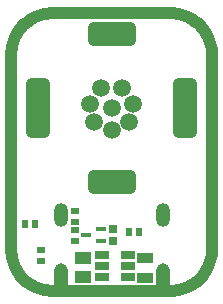
<source format=gbs>
G04*
G04 #@! TF.GenerationSoftware,Altium Limited,Altium Designer,22.7.1 (60)*
G04*
G04 Layer_Color=16711935*
%FSLAX44Y44*%
%MOMM*%
G71*
G04*
G04 #@! TF.SameCoordinates,97EA9571-4948-4CBB-981D-70F8AE3DB673*
G04*
G04*
G04 #@! TF.FilePolarity,Negative*
G04*
G01*
G75*
%ADD17C,1.0000*%
%ADD18R,0.6516X0.5516*%
G04:AMPARAMS|DCode=23|XSize=5.1mm|YSize=2.1mm|CornerRadius=0.55mm|HoleSize=0mm|Usage=FLASHONLY|Rotation=270.000|XOffset=0mm|YOffset=0mm|HoleType=Round|Shape=RoundedRectangle|*
%AMROUNDEDRECTD23*
21,1,5.1000,1.0000,0,0,270.0*
21,1,4.0000,2.1000,0,0,270.0*
1,1,1.1000,-0.5000,-2.0000*
1,1,1.1000,-0.5000,2.0000*
1,1,1.1000,0.5000,2.0000*
1,1,1.1000,0.5000,-2.0000*
%
%ADD23ROUNDEDRECTD23*%
G04:AMPARAMS|DCode=24|XSize=4.1mm|YSize=2.1mm|CornerRadius=0.55mm|HoleSize=0mm|Usage=FLASHONLY|Rotation=0.000|XOffset=0mm|YOffset=0mm|HoleType=Round|Shape=RoundedRectangle|*
%AMROUNDEDRECTD24*
21,1,4.1000,1.0000,0,0,0.0*
21,1,3.0000,2.1000,0,0,0.0*
1,1,1.1000,1.5000,-0.5000*
1,1,1.1000,-1.5000,-0.5000*
1,1,1.1000,-1.5000,0.5000*
1,1,1.1000,1.5000,0.5000*
%
%ADD24ROUNDEDRECTD24*%
%ADD25C,1.5000*%
%ADD26O,1.2000X2.0000*%
%ADD27O,1.2000X2.5000*%
%ADD43R,0.5516X0.6516*%
%ADD44R,0.7516X0.6516*%
%ADD45R,0.8116X0.4016*%
%ADD46R,1.4016X0.9516*%
%ADD47R,1.4516X1.0516*%
%ADD48R,1.1616X0.7516*%
D17*
X50000Y-154995D02*
X52497Y-154906D01*
X54981Y-154639D01*
X57440Y-154195D01*
X59861Y-153577D01*
X62231Y-152788D01*
X64539Y-151832D01*
X66774Y-150714D01*
X68922Y-149439D01*
X70975Y-148014D01*
X72920Y-146446D01*
X74749Y-144744D01*
X76451Y-142915D01*
X78019Y-140970D01*
X79444Y-138918D01*
X80719Y-136769D01*
X81837Y-134535D01*
X82793Y-132226D01*
X83582Y-129856D01*
X84200Y-127435D01*
X84644Y-124976D01*
X84911Y-122492D01*
X85000Y-119995D01*
X84995Y45000D02*
X84906Y47497D01*
X84639Y49981D01*
X84195Y52440D01*
X83577Y54861D01*
X82788Y57231D01*
X81832Y59539D01*
X80714Y61774D01*
X79439Y63923D01*
X78014Y65975D01*
X76446Y67920D01*
X74744Y69749D01*
X72915Y71451D01*
X70970Y73019D01*
X68918Y74444D01*
X66769Y75719D01*
X64535Y76837D01*
X62226Y77793D01*
X59856Y78582D01*
X57435Y79200D01*
X54976Y79644D01*
X52492Y79911D01*
X49995Y80000D01*
X-49995D02*
X-52492Y79911D01*
X-54976Y79644D01*
X-57435Y79200D01*
X-59856Y78582D01*
X-62227Y77793D01*
X-64535Y76837D01*
X-66769Y75719D01*
X-68918Y74444D01*
X-70970Y73019D01*
X-72915Y71451D01*
X-74744Y69749D01*
X-76446Y67920D01*
X-78014Y65975D01*
X-79439Y63922D01*
X-80714Y61774D01*
X-81832Y59539D01*
X-82788Y57231D01*
X-83577Y54861D01*
X-84195Y52440D01*
X-84639Y49981D01*
X-84906Y47497D01*
X-84995Y45000D01*
X-85000Y-119995D02*
X-84911Y-122492D01*
X-84644Y-124976D01*
X-84200Y-127435D01*
X-83582Y-129856D01*
X-82793Y-132226D01*
X-81837Y-134535D01*
X-80719Y-136769D01*
X-79444Y-138918D01*
X-78019Y-140970D01*
X-76451Y-142915D01*
X-74749Y-144744D01*
X-72920Y-146447D01*
X-70975Y-148014D01*
X-68922Y-149439D01*
X-66774Y-150714D01*
X-64539Y-151832D01*
X-62231Y-152788D01*
X-59861Y-153577D01*
X-57440Y-154195D01*
X-54981Y-154639D01*
X-52497Y-154906D01*
X-50000Y-154995D01*
X85000Y-119995D02*
Y45000D01*
X-50000Y80000D02*
X50000D01*
X-85000Y-119995D02*
Y45000D01*
X-50000Y-155000D02*
X50000D01*
D18*
X-60000Y-129500D02*
D03*
Y-120500D02*
D03*
X-30750Y-103750D02*
D03*
Y-112750D02*
D03*
Y-96750D02*
D03*
Y-87750D02*
D03*
D23*
X-62500Y0D02*
D03*
X62500D02*
D03*
D24*
X0Y-62500D02*
D03*
Y62500D02*
D03*
D25*
X18500Y3500D02*
D03*
X14500Y-12000D02*
D03*
X0Y0D02*
D03*
Y-18500D02*
D03*
X-14500Y-12000D02*
D03*
X-18500Y3500D02*
D03*
X-9000Y16500D02*
D03*
X9000D02*
D03*
D26*
X-43200Y-90600D02*
D03*
X43200D02*
D03*
D27*
X-43200Y-144200D02*
D03*
X43200D02*
D03*
D43*
X-64750Y-98500D02*
D03*
X-73750D02*
D03*
X14500Y-105000D02*
D03*
X23500D02*
D03*
D44*
X1000Y-112500D02*
D03*
Y-102500D02*
D03*
D45*
X-9150D02*
D03*
Y-112500D02*
D03*
X-21350Y-107500D02*
D03*
D46*
X28000Y-144250D02*
D03*
Y-127250D02*
D03*
D47*
X-24250Y-127250D02*
D03*
Y-143250D02*
D03*
D48*
X13500Y-143250D02*
D03*
Y-133750D02*
D03*
Y-124250D02*
D03*
X-8500D02*
D03*
Y-133750D02*
D03*
Y-143250D02*
D03*
M02*

</source>
